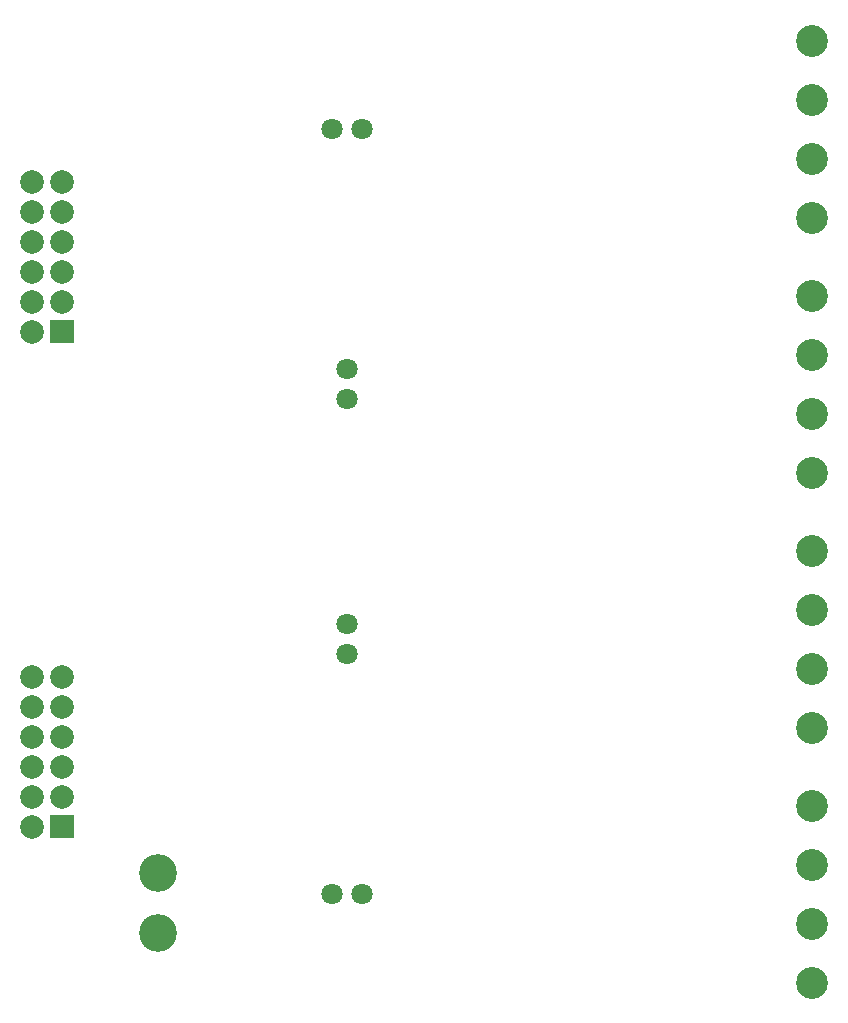
<source format=gbs>
G04 Layer: BottomSolderMaskLayer*
G04 EasyEDA v6.4.7, 2020-11-03T11:19:35+01:00*
G04 ee31f35cb8c4481c9aeb6db220abaf82,9bd7e35f881f4a88a1d5770e7942d247,10*
G04 Gerber Generator version 0.2*
G04 Scale: 100 percent, Rotated: No, Reflected: No *
G04 Dimensions in millimeters *
G04 leading zeros omitted , absolute positions ,3 integer and 3 decimal *
%FSLAX33Y33*%
%MOMM*%
G90*
D02*

%ADD32C,1.803197*%
%ADD34C,2.703195*%
%ADD35C,2.003196*%
%ADD38C,3.203194*%

%LPD*%
G54D32*
G01X51435Y59587D03*
G01X51435Y57047D03*
G01X52705Y79907D03*
G01X50165Y79907D03*
G01X52705Y15137D03*
G01X50165Y15137D03*
G01X51435Y37997D03*
G01X51435Y35457D03*
G54D34*
G01X90805Y87407D03*
G01X90805Y82407D03*
G01X90805Y77407D03*
G01X90805Y72407D03*
G01X90805Y22637D03*
G01X90805Y17637D03*
G01X90805Y12637D03*
G01X90805Y7637D03*
G01X90805Y44227D03*
G01X90805Y39227D03*
G01X90805Y34227D03*
G01X90805Y29227D03*
G01X90805Y65817D03*
G01X90805Y60817D03*
G01X90805Y55817D03*
G01X90805Y50817D03*
G54D35*
G01X24765Y33551D03*
G01X27305Y33553D03*
G01X24764Y31011D03*
G01X27305Y31013D03*
G01X24764Y28471D03*
G01X27304Y28471D03*
G01X24764Y25931D03*
G01X27305Y25933D03*
G01X24764Y23391D03*
G01X27305Y23393D03*
G01X24764Y20851D03*
G36*
G01X26301Y19851D02*
G01X26301Y21853D01*
G01X28305Y21853D01*
G01X28305Y19851D01*
G01X26301Y19851D01*
G37*
G01X24765Y75461D03*
G01X27305Y75463D03*
G01X24764Y72921D03*
G01X27305Y72923D03*
G01X24764Y70381D03*
G01X27304Y70381D03*
G01X24764Y67841D03*
G01X27305Y67843D03*
G01X24764Y65301D03*
G01X27305Y65303D03*
G01X24764Y62761D03*
G36*
G01X26301Y61761D02*
G01X26301Y63763D01*
G01X28305Y63763D01*
G01X28305Y61761D01*
G01X26301Y61761D01*
G37*
G54D38*
G01X35433Y16895D03*
G01X35433Y11815D03*
M00*
M02*

</source>
